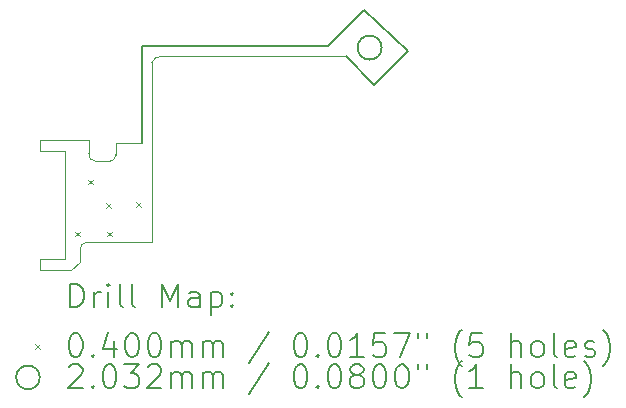
<source format=gbr>
%TF.GenerationSoftware,KiCad,Pcbnew,(6.0.8)*%
%TF.CreationDate,2022-11-07T16:33:29-05:00*%
%TF.ProjectId,3-input-or-gate,332d696e-7075-4742-9d6f-722d67617465,rev?*%
%TF.SameCoordinates,Original*%
%TF.FileFunction,Drillmap*%
%TF.FilePolarity,Positive*%
%FSLAX45Y45*%
G04 Gerber Fmt 4.5, Leading zero omitted, Abs format (unit mm)*
G04 Created by KiCad (PCBNEW (6.0.8)) date 2022-11-07 16:33:29*
%MOMM*%
%LPD*%
G01*
G04 APERTURE LIST*
%ADD10C,0.100000*%
%ADD11C,0.083820*%
%ADD12C,0.150000*%
%ADD13C,0.088900*%
%ADD14C,0.200000*%
%ADD15C,0.040000*%
%ADD16C,0.203200*%
G04 APERTURE END LIST*
D10*
X14476000Y-10242000D02*
X14220000Y-10242000D01*
X14476000Y-10242000D02*
X14555000Y-10173000D01*
X14859000Y-9269000D02*
X14859000Y-9169400D01*
X16803000Y-8432800D02*
X15240000Y-8432800D01*
D11*
X14611000Y-10007998D02*
G75*
G03*
X14556000Y-10074000I1590J-57242D01*
G01*
D10*
X15163800Y-8483600D02*
X15163800Y-10007600D01*
D12*
X16962500Y-8042500D02*
X17330000Y-8385000D01*
X17330000Y-8385000D02*
X17045000Y-8675000D01*
D13*
X14679000Y-9321800D02*
X14806000Y-9321800D01*
D10*
X14630400Y-9139000D02*
X14630400Y-9270000D01*
D12*
X16657500Y-8342500D02*
X16962500Y-8042500D01*
D10*
X15163800Y-10007600D02*
X14611000Y-10008000D01*
X14220000Y-9138000D02*
X14630000Y-9138000D01*
X14555000Y-10073000D02*
X14555000Y-10173000D01*
D12*
X15077500Y-8342500D02*
X16657500Y-8342500D01*
D10*
X14430000Y-10150000D02*
X14430000Y-9230000D01*
X14430000Y-9230000D02*
X14220000Y-9230000D01*
X14219700Y-10150000D02*
X14430000Y-10150000D01*
X14859000Y-9169400D02*
X15077500Y-9169400D01*
D12*
X17045000Y-8675000D02*
X16805000Y-8434000D01*
D10*
X14220000Y-10242000D02*
X14219700Y-10150000D01*
X14220000Y-9230000D02*
X14220000Y-9140000D01*
D13*
X14796000Y-9322001D02*
G75*
G03*
X14859201Y-9265000I6960J55821D01*
G01*
D12*
X15077500Y-9167000D02*
X15077500Y-8342500D01*
D13*
X14630998Y-9254000D02*
G75*
G03*
X14688000Y-9322000I55402J-11450D01*
G01*
D10*
X15240000Y-8432800D02*
G75*
G03*
X15163800Y-8483600I-920J-81170D01*
G01*
D14*
D15*
X14513500Y-9916500D02*
X14553500Y-9956500D01*
X14553500Y-9916500D02*
X14513500Y-9956500D01*
X14622000Y-9476500D02*
X14662000Y-9516500D01*
X14662000Y-9476500D02*
X14622000Y-9516500D01*
X14780000Y-9674000D02*
X14820000Y-9714000D01*
X14820000Y-9674000D02*
X14780000Y-9714000D01*
X14784000Y-9917450D02*
X14824000Y-9957450D01*
X14824000Y-9917450D02*
X14784000Y-9957450D01*
X15032906Y-9668450D02*
X15072906Y-9708450D01*
X15072906Y-9668450D02*
X15032906Y-9708450D01*
D16*
X17109600Y-8359000D02*
G75*
G03*
X17109600Y-8359000I-101600J0D01*
G01*
D14*
X14472319Y-10557476D02*
X14472319Y-10357476D01*
X14519938Y-10357476D01*
X14548509Y-10367000D01*
X14567557Y-10386048D01*
X14577081Y-10405095D01*
X14586605Y-10443190D01*
X14586605Y-10471762D01*
X14577081Y-10509857D01*
X14567557Y-10528905D01*
X14548509Y-10547952D01*
X14519938Y-10557476D01*
X14472319Y-10557476D01*
X14672319Y-10557476D02*
X14672319Y-10424143D01*
X14672319Y-10462238D02*
X14681843Y-10443190D01*
X14691367Y-10433667D01*
X14710414Y-10424143D01*
X14729462Y-10424143D01*
X14796128Y-10557476D02*
X14796128Y-10424143D01*
X14796128Y-10357476D02*
X14786605Y-10367000D01*
X14796128Y-10376524D01*
X14805652Y-10367000D01*
X14796128Y-10357476D01*
X14796128Y-10376524D01*
X14919938Y-10557476D02*
X14900890Y-10547952D01*
X14891367Y-10528905D01*
X14891367Y-10357476D01*
X15024700Y-10557476D02*
X15005652Y-10547952D01*
X14996128Y-10528905D01*
X14996128Y-10357476D01*
X15253271Y-10557476D02*
X15253271Y-10357476D01*
X15319938Y-10500333D01*
X15386605Y-10357476D01*
X15386605Y-10557476D01*
X15567557Y-10557476D02*
X15567557Y-10452714D01*
X15558033Y-10433667D01*
X15538986Y-10424143D01*
X15500890Y-10424143D01*
X15481843Y-10433667D01*
X15567557Y-10547952D02*
X15548509Y-10557476D01*
X15500890Y-10557476D01*
X15481843Y-10547952D01*
X15472319Y-10528905D01*
X15472319Y-10509857D01*
X15481843Y-10490810D01*
X15500890Y-10481286D01*
X15548509Y-10481286D01*
X15567557Y-10471762D01*
X15662795Y-10424143D02*
X15662795Y-10624143D01*
X15662795Y-10433667D02*
X15681843Y-10424143D01*
X15719938Y-10424143D01*
X15738986Y-10433667D01*
X15748509Y-10443190D01*
X15758033Y-10462238D01*
X15758033Y-10519381D01*
X15748509Y-10538429D01*
X15738986Y-10547952D01*
X15719938Y-10557476D01*
X15681843Y-10557476D01*
X15662795Y-10547952D01*
X15843748Y-10538429D02*
X15853271Y-10547952D01*
X15843748Y-10557476D01*
X15834224Y-10547952D01*
X15843748Y-10538429D01*
X15843748Y-10557476D01*
X15843748Y-10433667D02*
X15853271Y-10443190D01*
X15843748Y-10452714D01*
X15834224Y-10443190D01*
X15843748Y-10433667D01*
X15843748Y-10452714D01*
D15*
X14174700Y-10867000D02*
X14214700Y-10907000D01*
X14214700Y-10867000D02*
X14174700Y-10907000D01*
D14*
X14510414Y-10777476D02*
X14529462Y-10777476D01*
X14548509Y-10787000D01*
X14558033Y-10796524D01*
X14567557Y-10815571D01*
X14577081Y-10853667D01*
X14577081Y-10901286D01*
X14567557Y-10939381D01*
X14558033Y-10958429D01*
X14548509Y-10967952D01*
X14529462Y-10977476D01*
X14510414Y-10977476D01*
X14491367Y-10967952D01*
X14481843Y-10958429D01*
X14472319Y-10939381D01*
X14462795Y-10901286D01*
X14462795Y-10853667D01*
X14472319Y-10815571D01*
X14481843Y-10796524D01*
X14491367Y-10787000D01*
X14510414Y-10777476D01*
X14662795Y-10958429D02*
X14672319Y-10967952D01*
X14662795Y-10977476D01*
X14653271Y-10967952D01*
X14662795Y-10958429D01*
X14662795Y-10977476D01*
X14843748Y-10844143D02*
X14843748Y-10977476D01*
X14796128Y-10767952D02*
X14748509Y-10910810D01*
X14872319Y-10910810D01*
X14986605Y-10777476D02*
X15005652Y-10777476D01*
X15024700Y-10787000D01*
X15034224Y-10796524D01*
X15043748Y-10815571D01*
X15053271Y-10853667D01*
X15053271Y-10901286D01*
X15043748Y-10939381D01*
X15034224Y-10958429D01*
X15024700Y-10967952D01*
X15005652Y-10977476D01*
X14986605Y-10977476D01*
X14967557Y-10967952D01*
X14958033Y-10958429D01*
X14948509Y-10939381D01*
X14938986Y-10901286D01*
X14938986Y-10853667D01*
X14948509Y-10815571D01*
X14958033Y-10796524D01*
X14967557Y-10787000D01*
X14986605Y-10777476D01*
X15177081Y-10777476D02*
X15196128Y-10777476D01*
X15215176Y-10787000D01*
X15224700Y-10796524D01*
X15234224Y-10815571D01*
X15243748Y-10853667D01*
X15243748Y-10901286D01*
X15234224Y-10939381D01*
X15224700Y-10958429D01*
X15215176Y-10967952D01*
X15196128Y-10977476D01*
X15177081Y-10977476D01*
X15158033Y-10967952D01*
X15148509Y-10958429D01*
X15138986Y-10939381D01*
X15129462Y-10901286D01*
X15129462Y-10853667D01*
X15138986Y-10815571D01*
X15148509Y-10796524D01*
X15158033Y-10787000D01*
X15177081Y-10777476D01*
X15329462Y-10977476D02*
X15329462Y-10844143D01*
X15329462Y-10863190D02*
X15338986Y-10853667D01*
X15358033Y-10844143D01*
X15386605Y-10844143D01*
X15405652Y-10853667D01*
X15415176Y-10872714D01*
X15415176Y-10977476D01*
X15415176Y-10872714D02*
X15424700Y-10853667D01*
X15443748Y-10844143D01*
X15472319Y-10844143D01*
X15491367Y-10853667D01*
X15500890Y-10872714D01*
X15500890Y-10977476D01*
X15596128Y-10977476D02*
X15596128Y-10844143D01*
X15596128Y-10863190D02*
X15605652Y-10853667D01*
X15624700Y-10844143D01*
X15653271Y-10844143D01*
X15672319Y-10853667D01*
X15681843Y-10872714D01*
X15681843Y-10977476D01*
X15681843Y-10872714D02*
X15691367Y-10853667D01*
X15710414Y-10844143D01*
X15738986Y-10844143D01*
X15758033Y-10853667D01*
X15767557Y-10872714D01*
X15767557Y-10977476D01*
X16158033Y-10767952D02*
X15986605Y-11025095D01*
X16415176Y-10777476D02*
X16434224Y-10777476D01*
X16453271Y-10787000D01*
X16462795Y-10796524D01*
X16472319Y-10815571D01*
X16481843Y-10853667D01*
X16481843Y-10901286D01*
X16472319Y-10939381D01*
X16462795Y-10958429D01*
X16453271Y-10967952D01*
X16434224Y-10977476D01*
X16415176Y-10977476D01*
X16396128Y-10967952D01*
X16386605Y-10958429D01*
X16377081Y-10939381D01*
X16367557Y-10901286D01*
X16367557Y-10853667D01*
X16377081Y-10815571D01*
X16386605Y-10796524D01*
X16396128Y-10787000D01*
X16415176Y-10777476D01*
X16567557Y-10958429D02*
X16577081Y-10967952D01*
X16567557Y-10977476D01*
X16558033Y-10967952D01*
X16567557Y-10958429D01*
X16567557Y-10977476D01*
X16700890Y-10777476D02*
X16719938Y-10777476D01*
X16738986Y-10787000D01*
X16748509Y-10796524D01*
X16758033Y-10815571D01*
X16767557Y-10853667D01*
X16767557Y-10901286D01*
X16758033Y-10939381D01*
X16748509Y-10958429D01*
X16738986Y-10967952D01*
X16719938Y-10977476D01*
X16700890Y-10977476D01*
X16681843Y-10967952D01*
X16672319Y-10958429D01*
X16662795Y-10939381D01*
X16653271Y-10901286D01*
X16653271Y-10853667D01*
X16662795Y-10815571D01*
X16672319Y-10796524D01*
X16681843Y-10787000D01*
X16700890Y-10777476D01*
X16958033Y-10977476D02*
X16843748Y-10977476D01*
X16900890Y-10977476D02*
X16900890Y-10777476D01*
X16881843Y-10806048D01*
X16862795Y-10825095D01*
X16843748Y-10834619D01*
X17138986Y-10777476D02*
X17043748Y-10777476D01*
X17034224Y-10872714D01*
X17043748Y-10863190D01*
X17062795Y-10853667D01*
X17110414Y-10853667D01*
X17129462Y-10863190D01*
X17138986Y-10872714D01*
X17148510Y-10891762D01*
X17148510Y-10939381D01*
X17138986Y-10958429D01*
X17129462Y-10967952D01*
X17110414Y-10977476D01*
X17062795Y-10977476D01*
X17043748Y-10967952D01*
X17034224Y-10958429D01*
X17215176Y-10777476D02*
X17348510Y-10777476D01*
X17262795Y-10977476D01*
X17415176Y-10777476D02*
X17415176Y-10815571D01*
X17491367Y-10777476D02*
X17491367Y-10815571D01*
X17786605Y-11053667D02*
X17777081Y-11044143D01*
X17758033Y-11015571D01*
X17748510Y-10996524D01*
X17738986Y-10967952D01*
X17729462Y-10920333D01*
X17729462Y-10882238D01*
X17738986Y-10834619D01*
X17748510Y-10806048D01*
X17758033Y-10787000D01*
X17777081Y-10758429D01*
X17786605Y-10748905D01*
X17958033Y-10777476D02*
X17862795Y-10777476D01*
X17853271Y-10872714D01*
X17862795Y-10863190D01*
X17881843Y-10853667D01*
X17929462Y-10853667D01*
X17948510Y-10863190D01*
X17958033Y-10872714D01*
X17967557Y-10891762D01*
X17967557Y-10939381D01*
X17958033Y-10958429D01*
X17948510Y-10967952D01*
X17929462Y-10977476D01*
X17881843Y-10977476D01*
X17862795Y-10967952D01*
X17853271Y-10958429D01*
X18205652Y-10977476D02*
X18205652Y-10777476D01*
X18291367Y-10977476D02*
X18291367Y-10872714D01*
X18281843Y-10853667D01*
X18262795Y-10844143D01*
X18234224Y-10844143D01*
X18215176Y-10853667D01*
X18205652Y-10863190D01*
X18415176Y-10977476D02*
X18396129Y-10967952D01*
X18386605Y-10958429D01*
X18377081Y-10939381D01*
X18377081Y-10882238D01*
X18386605Y-10863190D01*
X18396129Y-10853667D01*
X18415176Y-10844143D01*
X18443748Y-10844143D01*
X18462795Y-10853667D01*
X18472319Y-10863190D01*
X18481843Y-10882238D01*
X18481843Y-10939381D01*
X18472319Y-10958429D01*
X18462795Y-10967952D01*
X18443748Y-10977476D01*
X18415176Y-10977476D01*
X18596129Y-10977476D02*
X18577081Y-10967952D01*
X18567557Y-10948905D01*
X18567557Y-10777476D01*
X18748510Y-10967952D02*
X18729462Y-10977476D01*
X18691367Y-10977476D01*
X18672319Y-10967952D01*
X18662795Y-10948905D01*
X18662795Y-10872714D01*
X18672319Y-10853667D01*
X18691367Y-10844143D01*
X18729462Y-10844143D01*
X18748510Y-10853667D01*
X18758033Y-10872714D01*
X18758033Y-10891762D01*
X18662795Y-10910810D01*
X18834224Y-10967952D02*
X18853271Y-10977476D01*
X18891367Y-10977476D01*
X18910414Y-10967952D01*
X18919938Y-10948905D01*
X18919938Y-10939381D01*
X18910414Y-10920333D01*
X18891367Y-10910810D01*
X18862795Y-10910810D01*
X18843748Y-10901286D01*
X18834224Y-10882238D01*
X18834224Y-10872714D01*
X18843748Y-10853667D01*
X18862795Y-10844143D01*
X18891367Y-10844143D01*
X18910414Y-10853667D01*
X18986605Y-11053667D02*
X18996129Y-11044143D01*
X19015176Y-11015571D01*
X19024700Y-10996524D01*
X19034224Y-10967952D01*
X19043748Y-10920333D01*
X19043748Y-10882238D01*
X19034224Y-10834619D01*
X19024700Y-10806048D01*
X19015176Y-10787000D01*
X18996129Y-10758429D01*
X18986605Y-10748905D01*
X14214700Y-11151000D02*
G75*
G03*
X14214700Y-11151000I-100000J0D01*
G01*
X14462795Y-11060524D02*
X14472319Y-11051000D01*
X14491367Y-11041476D01*
X14538986Y-11041476D01*
X14558033Y-11051000D01*
X14567557Y-11060524D01*
X14577081Y-11079571D01*
X14577081Y-11098619D01*
X14567557Y-11127190D01*
X14453271Y-11241476D01*
X14577081Y-11241476D01*
X14662795Y-11222428D02*
X14672319Y-11231952D01*
X14662795Y-11241476D01*
X14653271Y-11231952D01*
X14662795Y-11222428D01*
X14662795Y-11241476D01*
X14796128Y-11041476D02*
X14815176Y-11041476D01*
X14834224Y-11051000D01*
X14843748Y-11060524D01*
X14853271Y-11079571D01*
X14862795Y-11117667D01*
X14862795Y-11165286D01*
X14853271Y-11203381D01*
X14843748Y-11222428D01*
X14834224Y-11231952D01*
X14815176Y-11241476D01*
X14796128Y-11241476D01*
X14777081Y-11231952D01*
X14767557Y-11222428D01*
X14758033Y-11203381D01*
X14748509Y-11165286D01*
X14748509Y-11117667D01*
X14758033Y-11079571D01*
X14767557Y-11060524D01*
X14777081Y-11051000D01*
X14796128Y-11041476D01*
X14929462Y-11041476D02*
X15053271Y-11041476D01*
X14986605Y-11117667D01*
X15015176Y-11117667D01*
X15034224Y-11127190D01*
X15043748Y-11136714D01*
X15053271Y-11155762D01*
X15053271Y-11203381D01*
X15043748Y-11222428D01*
X15034224Y-11231952D01*
X15015176Y-11241476D01*
X14958033Y-11241476D01*
X14938986Y-11231952D01*
X14929462Y-11222428D01*
X15129462Y-11060524D02*
X15138986Y-11051000D01*
X15158033Y-11041476D01*
X15205652Y-11041476D01*
X15224700Y-11051000D01*
X15234224Y-11060524D01*
X15243748Y-11079571D01*
X15243748Y-11098619D01*
X15234224Y-11127190D01*
X15119938Y-11241476D01*
X15243748Y-11241476D01*
X15329462Y-11241476D02*
X15329462Y-11108143D01*
X15329462Y-11127190D02*
X15338986Y-11117667D01*
X15358033Y-11108143D01*
X15386605Y-11108143D01*
X15405652Y-11117667D01*
X15415176Y-11136714D01*
X15415176Y-11241476D01*
X15415176Y-11136714D02*
X15424700Y-11117667D01*
X15443748Y-11108143D01*
X15472319Y-11108143D01*
X15491367Y-11117667D01*
X15500890Y-11136714D01*
X15500890Y-11241476D01*
X15596128Y-11241476D02*
X15596128Y-11108143D01*
X15596128Y-11127190D02*
X15605652Y-11117667D01*
X15624700Y-11108143D01*
X15653271Y-11108143D01*
X15672319Y-11117667D01*
X15681843Y-11136714D01*
X15681843Y-11241476D01*
X15681843Y-11136714D02*
X15691367Y-11117667D01*
X15710414Y-11108143D01*
X15738986Y-11108143D01*
X15758033Y-11117667D01*
X15767557Y-11136714D01*
X15767557Y-11241476D01*
X16158033Y-11031952D02*
X15986605Y-11289095D01*
X16415176Y-11041476D02*
X16434224Y-11041476D01*
X16453271Y-11051000D01*
X16462795Y-11060524D01*
X16472319Y-11079571D01*
X16481843Y-11117667D01*
X16481843Y-11165286D01*
X16472319Y-11203381D01*
X16462795Y-11222428D01*
X16453271Y-11231952D01*
X16434224Y-11241476D01*
X16415176Y-11241476D01*
X16396128Y-11231952D01*
X16386605Y-11222428D01*
X16377081Y-11203381D01*
X16367557Y-11165286D01*
X16367557Y-11117667D01*
X16377081Y-11079571D01*
X16386605Y-11060524D01*
X16396128Y-11051000D01*
X16415176Y-11041476D01*
X16567557Y-11222428D02*
X16577081Y-11231952D01*
X16567557Y-11241476D01*
X16558033Y-11231952D01*
X16567557Y-11222428D01*
X16567557Y-11241476D01*
X16700890Y-11041476D02*
X16719938Y-11041476D01*
X16738986Y-11051000D01*
X16748509Y-11060524D01*
X16758033Y-11079571D01*
X16767557Y-11117667D01*
X16767557Y-11165286D01*
X16758033Y-11203381D01*
X16748509Y-11222428D01*
X16738986Y-11231952D01*
X16719938Y-11241476D01*
X16700890Y-11241476D01*
X16681843Y-11231952D01*
X16672319Y-11222428D01*
X16662795Y-11203381D01*
X16653271Y-11165286D01*
X16653271Y-11117667D01*
X16662795Y-11079571D01*
X16672319Y-11060524D01*
X16681843Y-11051000D01*
X16700890Y-11041476D01*
X16881843Y-11127190D02*
X16862795Y-11117667D01*
X16853271Y-11108143D01*
X16843748Y-11089095D01*
X16843748Y-11079571D01*
X16853271Y-11060524D01*
X16862795Y-11051000D01*
X16881843Y-11041476D01*
X16919938Y-11041476D01*
X16938986Y-11051000D01*
X16948510Y-11060524D01*
X16958033Y-11079571D01*
X16958033Y-11089095D01*
X16948510Y-11108143D01*
X16938986Y-11117667D01*
X16919938Y-11127190D01*
X16881843Y-11127190D01*
X16862795Y-11136714D01*
X16853271Y-11146238D01*
X16843748Y-11165286D01*
X16843748Y-11203381D01*
X16853271Y-11222428D01*
X16862795Y-11231952D01*
X16881843Y-11241476D01*
X16919938Y-11241476D01*
X16938986Y-11231952D01*
X16948510Y-11222428D01*
X16958033Y-11203381D01*
X16958033Y-11165286D01*
X16948510Y-11146238D01*
X16938986Y-11136714D01*
X16919938Y-11127190D01*
X17081843Y-11041476D02*
X17100890Y-11041476D01*
X17119938Y-11051000D01*
X17129462Y-11060524D01*
X17138986Y-11079571D01*
X17148510Y-11117667D01*
X17148510Y-11165286D01*
X17138986Y-11203381D01*
X17129462Y-11222428D01*
X17119938Y-11231952D01*
X17100890Y-11241476D01*
X17081843Y-11241476D01*
X17062795Y-11231952D01*
X17053271Y-11222428D01*
X17043748Y-11203381D01*
X17034224Y-11165286D01*
X17034224Y-11117667D01*
X17043748Y-11079571D01*
X17053271Y-11060524D01*
X17062795Y-11051000D01*
X17081843Y-11041476D01*
X17272319Y-11041476D02*
X17291367Y-11041476D01*
X17310414Y-11051000D01*
X17319938Y-11060524D01*
X17329462Y-11079571D01*
X17338986Y-11117667D01*
X17338986Y-11165286D01*
X17329462Y-11203381D01*
X17319938Y-11222428D01*
X17310414Y-11231952D01*
X17291367Y-11241476D01*
X17272319Y-11241476D01*
X17253271Y-11231952D01*
X17243748Y-11222428D01*
X17234224Y-11203381D01*
X17224700Y-11165286D01*
X17224700Y-11117667D01*
X17234224Y-11079571D01*
X17243748Y-11060524D01*
X17253271Y-11051000D01*
X17272319Y-11041476D01*
X17415176Y-11041476D02*
X17415176Y-11079571D01*
X17491367Y-11041476D02*
X17491367Y-11079571D01*
X17786605Y-11317667D02*
X17777081Y-11308143D01*
X17758033Y-11279571D01*
X17748510Y-11260524D01*
X17738986Y-11231952D01*
X17729462Y-11184333D01*
X17729462Y-11146238D01*
X17738986Y-11098619D01*
X17748510Y-11070048D01*
X17758033Y-11051000D01*
X17777081Y-11022429D01*
X17786605Y-11012905D01*
X17967557Y-11241476D02*
X17853271Y-11241476D01*
X17910414Y-11241476D02*
X17910414Y-11041476D01*
X17891367Y-11070048D01*
X17872319Y-11089095D01*
X17853271Y-11098619D01*
X18205652Y-11241476D02*
X18205652Y-11041476D01*
X18291367Y-11241476D02*
X18291367Y-11136714D01*
X18281843Y-11117667D01*
X18262795Y-11108143D01*
X18234224Y-11108143D01*
X18215176Y-11117667D01*
X18205652Y-11127190D01*
X18415176Y-11241476D02*
X18396129Y-11231952D01*
X18386605Y-11222428D01*
X18377081Y-11203381D01*
X18377081Y-11146238D01*
X18386605Y-11127190D01*
X18396129Y-11117667D01*
X18415176Y-11108143D01*
X18443748Y-11108143D01*
X18462795Y-11117667D01*
X18472319Y-11127190D01*
X18481843Y-11146238D01*
X18481843Y-11203381D01*
X18472319Y-11222428D01*
X18462795Y-11231952D01*
X18443748Y-11241476D01*
X18415176Y-11241476D01*
X18596129Y-11241476D02*
X18577081Y-11231952D01*
X18567557Y-11212905D01*
X18567557Y-11041476D01*
X18748510Y-11231952D02*
X18729462Y-11241476D01*
X18691367Y-11241476D01*
X18672319Y-11231952D01*
X18662795Y-11212905D01*
X18662795Y-11136714D01*
X18672319Y-11117667D01*
X18691367Y-11108143D01*
X18729462Y-11108143D01*
X18748510Y-11117667D01*
X18758033Y-11136714D01*
X18758033Y-11155762D01*
X18662795Y-11174810D01*
X18824700Y-11317667D02*
X18834224Y-11308143D01*
X18853271Y-11279571D01*
X18862795Y-11260524D01*
X18872319Y-11231952D01*
X18881843Y-11184333D01*
X18881843Y-11146238D01*
X18872319Y-11098619D01*
X18862795Y-11070048D01*
X18853271Y-11051000D01*
X18834224Y-11022429D01*
X18824700Y-11012905D01*
M02*

</source>
